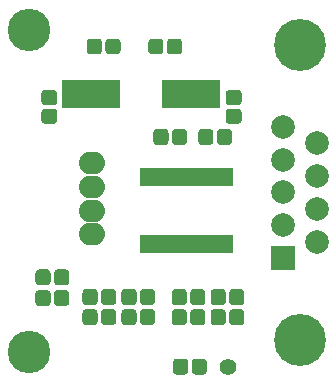
<source format=gts>
G04 #@! TF.GenerationSoftware,KiCad,Pcbnew,(5.1.2)-1*
G04 #@! TF.CreationDate,2023-02-04T08:31:17+09:00*
G04 #@! TF.ProjectId,IR,49522e6b-6963-4616-945f-706362585858,v1.2*
G04 #@! TF.SameCoordinates,Original*
G04 #@! TF.FileFunction,Soldermask,Top*
G04 #@! TF.FilePolarity,Negative*
%FSLAX46Y46*%
G04 Gerber Fmt 4.6, Leading zero omitted, Abs format (unit mm)*
G04 Created by KiCad (PCBNEW (5.1.2)-1) date 2023-02-04 08:31:17*
%MOMM*%
%LPD*%
G04 APERTURE LIST*
%ADD10C,3.600000*%
%ADD11O,2.200000X1.924000*%
%ADD12C,0.050000*%
%ADD13C,1.275000*%
%ADD14R,4.900000X2.400000*%
%ADD15C,1.400000*%
%ADD16R,0.800000X1.500000*%
%ADD17R,2.000000X2.000000*%
%ADD18C,2.000000*%
%ADD19C,4.400000*%
G04 APERTURE END LIST*
D10*
X179900000Y-124000000D03*
X179900000Y-96700000D03*
D11*
X185200000Y-114000000D03*
X185200000Y-112000000D03*
X185200000Y-110000000D03*
X185200000Y-108000000D03*
D12*
G36*
X192975493Y-105076535D02*
G01*
X193006435Y-105081125D01*
X193036778Y-105088725D01*
X193066230Y-105099263D01*
X193094508Y-105112638D01*
X193121338Y-105128719D01*
X193146463Y-105147353D01*
X193169640Y-105168360D01*
X193190647Y-105191537D01*
X193209281Y-105216662D01*
X193225362Y-105243492D01*
X193238737Y-105271770D01*
X193249275Y-105301222D01*
X193256875Y-105331565D01*
X193261465Y-105362507D01*
X193263000Y-105393750D01*
X193263000Y-106106250D01*
X193261465Y-106137493D01*
X193256875Y-106168435D01*
X193249275Y-106198778D01*
X193238737Y-106228230D01*
X193225362Y-106256508D01*
X193209281Y-106283338D01*
X193190647Y-106308463D01*
X193169640Y-106331640D01*
X193146463Y-106352647D01*
X193121338Y-106371281D01*
X193094508Y-106387362D01*
X193066230Y-106400737D01*
X193036778Y-106411275D01*
X193006435Y-106418875D01*
X192975493Y-106423465D01*
X192944250Y-106425000D01*
X192306750Y-106425000D01*
X192275507Y-106423465D01*
X192244565Y-106418875D01*
X192214222Y-106411275D01*
X192184770Y-106400737D01*
X192156492Y-106387362D01*
X192129662Y-106371281D01*
X192104537Y-106352647D01*
X192081360Y-106331640D01*
X192060353Y-106308463D01*
X192041719Y-106283338D01*
X192025638Y-106256508D01*
X192012263Y-106228230D01*
X192001725Y-106198778D01*
X191994125Y-106168435D01*
X191989535Y-106137493D01*
X191988000Y-106106250D01*
X191988000Y-105393750D01*
X191989535Y-105362507D01*
X191994125Y-105331565D01*
X192001725Y-105301222D01*
X192012263Y-105271770D01*
X192025638Y-105243492D01*
X192041719Y-105216662D01*
X192060353Y-105191537D01*
X192081360Y-105168360D01*
X192104537Y-105147353D01*
X192129662Y-105128719D01*
X192156492Y-105112638D01*
X192184770Y-105099263D01*
X192214222Y-105088725D01*
X192244565Y-105081125D01*
X192275507Y-105076535D01*
X192306750Y-105075000D01*
X192944250Y-105075000D01*
X192975493Y-105076535D01*
X192975493Y-105076535D01*
G37*
D13*
X192625500Y-105750000D03*
D12*
G36*
X191400493Y-105076535D02*
G01*
X191431435Y-105081125D01*
X191461778Y-105088725D01*
X191491230Y-105099263D01*
X191519508Y-105112638D01*
X191546338Y-105128719D01*
X191571463Y-105147353D01*
X191594640Y-105168360D01*
X191615647Y-105191537D01*
X191634281Y-105216662D01*
X191650362Y-105243492D01*
X191663737Y-105271770D01*
X191674275Y-105301222D01*
X191681875Y-105331565D01*
X191686465Y-105362507D01*
X191688000Y-105393750D01*
X191688000Y-106106250D01*
X191686465Y-106137493D01*
X191681875Y-106168435D01*
X191674275Y-106198778D01*
X191663737Y-106228230D01*
X191650362Y-106256508D01*
X191634281Y-106283338D01*
X191615647Y-106308463D01*
X191594640Y-106331640D01*
X191571463Y-106352647D01*
X191546338Y-106371281D01*
X191519508Y-106387362D01*
X191491230Y-106400737D01*
X191461778Y-106411275D01*
X191431435Y-106418875D01*
X191400493Y-106423465D01*
X191369250Y-106425000D01*
X190731750Y-106425000D01*
X190700507Y-106423465D01*
X190669565Y-106418875D01*
X190639222Y-106411275D01*
X190609770Y-106400737D01*
X190581492Y-106387362D01*
X190554662Y-106371281D01*
X190529537Y-106352647D01*
X190506360Y-106331640D01*
X190485353Y-106308463D01*
X190466719Y-106283338D01*
X190450638Y-106256508D01*
X190437263Y-106228230D01*
X190426725Y-106198778D01*
X190419125Y-106168435D01*
X190414535Y-106137493D01*
X190413000Y-106106250D01*
X190413000Y-105393750D01*
X190414535Y-105362507D01*
X190419125Y-105331565D01*
X190426725Y-105301222D01*
X190437263Y-105271770D01*
X190450638Y-105243492D01*
X190466719Y-105216662D01*
X190485353Y-105191537D01*
X190506360Y-105168360D01*
X190529537Y-105147353D01*
X190554662Y-105128719D01*
X190581492Y-105112638D01*
X190609770Y-105099263D01*
X190639222Y-105088725D01*
X190669565Y-105081125D01*
X190700507Y-105076535D01*
X190731750Y-105075000D01*
X191369250Y-105075000D01*
X191400493Y-105076535D01*
X191400493Y-105076535D01*
G37*
D13*
X191050500Y-105750000D03*
D12*
G36*
X197587493Y-101788535D02*
G01*
X197618435Y-101793125D01*
X197648778Y-101800725D01*
X197678230Y-101811263D01*
X197706508Y-101824638D01*
X197733338Y-101840719D01*
X197758463Y-101859353D01*
X197781640Y-101880360D01*
X197802647Y-101903537D01*
X197821281Y-101928662D01*
X197837362Y-101955492D01*
X197850737Y-101983770D01*
X197861275Y-102013222D01*
X197868875Y-102043565D01*
X197873465Y-102074507D01*
X197875000Y-102105750D01*
X197875000Y-102743250D01*
X197873465Y-102774493D01*
X197868875Y-102805435D01*
X197861275Y-102835778D01*
X197850737Y-102865230D01*
X197837362Y-102893508D01*
X197821281Y-102920338D01*
X197802647Y-102945463D01*
X197781640Y-102968640D01*
X197758463Y-102989647D01*
X197733338Y-103008281D01*
X197706508Y-103024362D01*
X197678230Y-103037737D01*
X197648778Y-103048275D01*
X197618435Y-103055875D01*
X197587493Y-103060465D01*
X197556250Y-103062000D01*
X196843750Y-103062000D01*
X196812507Y-103060465D01*
X196781565Y-103055875D01*
X196751222Y-103048275D01*
X196721770Y-103037737D01*
X196693492Y-103024362D01*
X196666662Y-103008281D01*
X196641537Y-102989647D01*
X196618360Y-102968640D01*
X196597353Y-102945463D01*
X196578719Y-102920338D01*
X196562638Y-102893508D01*
X196549263Y-102865230D01*
X196538725Y-102835778D01*
X196531125Y-102805435D01*
X196526535Y-102774493D01*
X196525000Y-102743250D01*
X196525000Y-102105750D01*
X196526535Y-102074507D01*
X196531125Y-102043565D01*
X196538725Y-102013222D01*
X196549263Y-101983770D01*
X196562638Y-101955492D01*
X196578719Y-101928662D01*
X196597353Y-101903537D01*
X196618360Y-101880360D01*
X196641537Y-101859353D01*
X196666662Y-101840719D01*
X196693492Y-101824638D01*
X196721770Y-101811263D01*
X196751222Y-101800725D01*
X196781565Y-101793125D01*
X196812507Y-101788535D01*
X196843750Y-101787000D01*
X197556250Y-101787000D01*
X197587493Y-101788535D01*
X197587493Y-101788535D01*
G37*
D13*
X197200000Y-102424500D03*
D12*
G36*
X197587493Y-103363535D02*
G01*
X197618435Y-103368125D01*
X197648778Y-103375725D01*
X197678230Y-103386263D01*
X197706508Y-103399638D01*
X197733338Y-103415719D01*
X197758463Y-103434353D01*
X197781640Y-103455360D01*
X197802647Y-103478537D01*
X197821281Y-103503662D01*
X197837362Y-103530492D01*
X197850737Y-103558770D01*
X197861275Y-103588222D01*
X197868875Y-103618565D01*
X197873465Y-103649507D01*
X197875000Y-103680750D01*
X197875000Y-104318250D01*
X197873465Y-104349493D01*
X197868875Y-104380435D01*
X197861275Y-104410778D01*
X197850737Y-104440230D01*
X197837362Y-104468508D01*
X197821281Y-104495338D01*
X197802647Y-104520463D01*
X197781640Y-104543640D01*
X197758463Y-104564647D01*
X197733338Y-104583281D01*
X197706508Y-104599362D01*
X197678230Y-104612737D01*
X197648778Y-104623275D01*
X197618435Y-104630875D01*
X197587493Y-104635465D01*
X197556250Y-104637000D01*
X196843750Y-104637000D01*
X196812507Y-104635465D01*
X196781565Y-104630875D01*
X196751222Y-104623275D01*
X196721770Y-104612737D01*
X196693492Y-104599362D01*
X196666662Y-104583281D01*
X196641537Y-104564647D01*
X196618360Y-104543640D01*
X196597353Y-104520463D01*
X196578719Y-104495338D01*
X196562638Y-104468508D01*
X196549263Y-104440230D01*
X196538725Y-104410778D01*
X196531125Y-104380435D01*
X196526535Y-104349493D01*
X196525000Y-104318250D01*
X196525000Y-103680750D01*
X196526535Y-103649507D01*
X196531125Y-103618565D01*
X196538725Y-103588222D01*
X196549263Y-103558770D01*
X196562638Y-103530492D01*
X196578719Y-103503662D01*
X196597353Y-103478537D01*
X196618360Y-103455360D01*
X196641537Y-103434353D01*
X196666662Y-103415719D01*
X196693492Y-103399638D01*
X196721770Y-103386263D01*
X196751222Y-103375725D01*
X196781565Y-103368125D01*
X196812507Y-103363535D01*
X196843750Y-103362000D01*
X197556250Y-103362000D01*
X197587493Y-103363535D01*
X197587493Y-103363535D01*
G37*
D13*
X197200000Y-103999500D03*
D12*
G36*
X181987493Y-103363535D02*
G01*
X182018435Y-103368125D01*
X182048778Y-103375725D01*
X182078230Y-103386263D01*
X182106508Y-103399638D01*
X182133338Y-103415719D01*
X182158463Y-103434353D01*
X182181640Y-103455360D01*
X182202647Y-103478537D01*
X182221281Y-103503662D01*
X182237362Y-103530492D01*
X182250737Y-103558770D01*
X182261275Y-103588222D01*
X182268875Y-103618565D01*
X182273465Y-103649507D01*
X182275000Y-103680750D01*
X182275000Y-104318250D01*
X182273465Y-104349493D01*
X182268875Y-104380435D01*
X182261275Y-104410778D01*
X182250737Y-104440230D01*
X182237362Y-104468508D01*
X182221281Y-104495338D01*
X182202647Y-104520463D01*
X182181640Y-104543640D01*
X182158463Y-104564647D01*
X182133338Y-104583281D01*
X182106508Y-104599362D01*
X182078230Y-104612737D01*
X182048778Y-104623275D01*
X182018435Y-104630875D01*
X181987493Y-104635465D01*
X181956250Y-104637000D01*
X181243750Y-104637000D01*
X181212507Y-104635465D01*
X181181565Y-104630875D01*
X181151222Y-104623275D01*
X181121770Y-104612737D01*
X181093492Y-104599362D01*
X181066662Y-104583281D01*
X181041537Y-104564647D01*
X181018360Y-104543640D01*
X180997353Y-104520463D01*
X180978719Y-104495338D01*
X180962638Y-104468508D01*
X180949263Y-104440230D01*
X180938725Y-104410778D01*
X180931125Y-104380435D01*
X180926535Y-104349493D01*
X180925000Y-104318250D01*
X180925000Y-103680750D01*
X180926535Y-103649507D01*
X180931125Y-103618565D01*
X180938725Y-103588222D01*
X180949263Y-103558770D01*
X180962638Y-103530492D01*
X180978719Y-103503662D01*
X180997353Y-103478537D01*
X181018360Y-103455360D01*
X181041537Y-103434353D01*
X181066662Y-103415719D01*
X181093492Y-103399638D01*
X181121770Y-103386263D01*
X181151222Y-103375725D01*
X181181565Y-103368125D01*
X181212507Y-103363535D01*
X181243750Y-103362000D01*
X181956250Y-103362000D01*
X181987493Y-103363535D01*
X181987493Y-103363535D01*
G37*
D13*
X181600000Y-103999500D03*
D12*
G36*
X181987493Y-101788535D02*
G01*
X182018435Y-101793125D01*
X182048778Y-101800725D01*
X182078230Y-101811263D01*
X182106508Y-101824638D01*
X182133338Y-101840719D01*
X182158463Y-101859353D01*
X182181640Y-101880360D01*
X182202647Y-101903537D01*
X182221281Y-101928662D01*
X182237362Y-101955492D01*
X182250737Y-101983770D01*
X182261275Y-102013222D01*
X182268875Y-102043565D01*
X182273465Y-102074507D01*
X182275000Y-102105750D01*
X182275000Y-102743250D01*
X182273465Y-102774493D01*
X182268875Y-102805435D01*
X182261275Y-102835778D01*
X182250737Y-102865230D01*
X182237362Y-102893508D01*
X182221281Y-102920338D01*
X182202647Y-102945463D01*
X182181640Y-102968640D01*
X182158463Y-102989647D01*
X182133338Y-103008281D01*
X182106508Y-103024362D01*
X182078230Y-103037737D01*
X182048778Y-103048275D01*
X182018435Y-103055875D01*
X181987493Y-103060465D01*
X181956250Y-103062000D01*
X181243750Y-103062000D01*
X181212507Y-103060465D01*
X181181565Y-103055875D01*
X181151222Y-103048275D01*
X181121770Y-103037737D01*
X181093492Y-103024362D01*
X181066662Y-103008281D01*
X181041537Y-102989647D01*
X181018360Y-102968640D01*
X180997353Y-102945463D01*
X180978719Y-102920338D01*
X180962638Y-102893508D01*
X180949263Y-102865230D01*
X180938725Y-102835778D01*
X180931125Y-102805435D01*
X180926535Y-102774493D01*
X180925000Y-102743250D01*
X180925000Y-102105750D01*
X180926535Y-102074507D01*
X180931125Y-102043565D01*
X180938725Y-102013222D01*
X180949263Y-101983770D01*
X180962638Y-101955492D01*
X180978719Y-101928662D01*
X180997353Y-101903537D01*
X181018360Y-101880360D01*
X181041537Y-101859353D01*
X181066662Y-101840719D01*
X181093492Y-101824638D01*
X181121770Y-101811263D01*
X181151222Y-101800725D01*
X181181565Y-101793125D01*
X181212507Y-101788535D01*
X181243750Y-101787000D01*
X181956250Y-101787000D01*
X181987493Y-101788535D01*
X181987493Y-101788535D01*
G37*
D13*
X181600000Y-102424500D03*
D12*
G36*
X187337493Y-97426535D02*
G01*
X187368435Y-97431125D01*
X187398778Y-97438725D01*
X187428230Y-97449263D01*
X187456508Y-97462638D01*
X187483338Y-97478719D01*
X187508463Y-97497353D01*
X187531640Y-97518360D01*
X187552647Y-97541537D01*
X187571281Y-97566662D01*
X187587362Y-97593492D01*
X187600737Y-97621770D01*
X187611275Y-97651222D01*
X187618875Y-97681565D01*
X187623465Y-97712507D01*
X187625000Y-97743750D01*
X187625000Y-98456250D01*
X187623465Y-98487493D01*
X187618875Y-98518435D01*
X187611275Y-98548778D01*
X187600737Y-98578230D01*
X187587362Y-98606508D01*
X187571281Y-98633338D01*
X187552647Y-98658463D01*
X187531640Y-98681640D01*
X187508463Y-98702647D01*
X187483338Y-98721281D01*
X187456508Y-98737362D01*
X187428230Y-98750737D01*
X187398778Y-98761275D01*
X187368435Y-98768875D01*
X187337493Y-98773465D01*
X187306250Y-98775000D01*
X186668750Y-98775000D01*
X186637507Y-98773465D01*
X186606565Y-98768875D01*
X186576222Y-98761275D01*
X186546770Y-98750737D01*
X186518492Y-98737362D01*
X186491662Y-98721281D01*
X186466537Y-98702647D01*
X186443360Y-98681640D01*
X186422353Y-98658463D01*
X186403719Y-98633338D01*
X186387638Y-98606508D01*
X186374263Y-98578230D01*
X186363725Y-98548778D01*
X186356125Y-98518435D01*
X186351535Y-98487493D01*
X186350000Y-98456250D01*
X186350000Y-97743750D01*
X186351535Y-97712507D01*
X186356125Y-97681565D01*
X186363725Y-97651222D01*
X186374263Y-97621770D01*
X186387638Y-97593492D01*
X186403719Y-97566662D01*
X186422353Y-97541537D01*
X186443360Y-97518360D01*
X186466537Y-97497353D01*
X186491662Y-97478719D01*
X186518492Y-97462638D01*
X186546770Y-97449263D01*
X186576222Y-97438725D01*
X186606565Y-97431125D01*
X186637507Y-97426535D01*
X186668750Y-97425000D01*
X187306250Y-97425000D01*
X187337493Y-97426535D01*
X187337493Y-97426535D01*
G37*
D13*
X186987500Y-98100000D03*
D12*
G36*
X185762493Y-97426535D02*
G01*
X185793435Y-97431125D01*
X185823778Y-97438725D01*
X185853230Y-97449263D01*
X185881508Y-97462638D01*
X185908338Y-97478719D01*
X185933463Y-97497353D01*
X185956640Y-97518360D01*
X185977647Y-97541537D01*
X185996281Y-97566662D01*
X186012362Y-97593492D01*
X186025737Y-97621770D01*
X186036275Y-97651222D01*
X186043875Y-97681565D01*
X186048465Y-97712507D01*
X186050000Y-97743750D01*
X186050000Y-98456250D01*
X186048465Y-98487493D01*
X186043875Y-98518435D01*
X186036275Y-98548778D01*
X186025737Y-98578230D01*
X186012362Y-98606508D01*
X185996281Y-98633338D01*
X185977647Y-98658463D01*
X185956640Y-98681640D01*
X185933463Y-98702647D01*
X185908338Y-98721281D01*
X185881508Y-98737362D01*
X185853230Y-98750737D01*
X185823778Y-98761275D01*
X185793435Y-98768875D01*
X185762493Y-98773465D01*
X185731250Y-98775000D01*
X185093750Y-98775000D01*
X185062507Y-98773465D01*
X185031565Y-98768875D01*
X185001222Y-98761275D01*
X184971770Y-98750737D01*
X184943492Y-98737362D01*
X184916662Y-98721281D01*
X184891537Y-98702647D01*
X184868360Y-98681640D01*
X184847353Y-98658463D01*
X184828719Y-98633338D01*
X184812638Y-98606508D01*
X184799263Y-98578230D01*
X184788725Y-98548778D01*
X184781125Y-98518435D01*
X184776535Y-98487493D01*
X184775000Y-98456250D01*
X184775000Y-97743750D01*
X184776535Y-97712507D01*
X184781125Y-97681565D01*
X184788725Y-97651222D01*
X184799263Y-97621770D01*
X184812638Y-97593492D01*
X184828719Y-97566662D01*
X184847353Y-97541537D01*
X184868360Y-97518360D01*
X184891537Y-97497353D01*
X184916662Y-97478719D01*
X184943492Y-97462638D01*
X184971770Y-97449263D01*
X185001222Y-97438725D01*
X185031565Y-97431125D01*
X185062507Y-97426535D01*
X185093750Y-97425000D01*
X185731250Y-97425000D01*
X185762493Y-97426535D01*
X185762493Y-97426535D01*
G37*
D13*
X185412500Y-98100000D03*
D12*
G36*
X188692493Y-120336535D02*
G01*
X188723435Y-120341125D01*
X188753778Y-120348725D01*
X188783230Y-120359263D01*
X188811508Y-120372638D01*
X188838338Y-120388719D01*
X188863463Y-120407353D01*
X188886640Y-120428360D01*
X188907647Y-120451537D01*
X188926281Y-120476662D01*
X188942362Y-120503492D01*
X188955737Y-120531770D01*
X188966275Y-120561222D01*
X188973875Y-120591565D01*
X188978465Y-120622507D01*
X188980000Y-120653750D01*
X188980000Y-121366250D01*
X188978465Y-121397493D01*
X188973875Y-121428435D01*
X188966275Y-121458778D01*
X188955737Y-121488230D01*
X188942362Y-121516508D01*
X188926281Y-121543338D01*
X188907647Y-121568463D01*
X188886640Y-121591640D01*
X188863463Y-121612647D01*
X188838338Y-121631281D01*
X188811508Y-121647362D01*
X188783230Y-121660737D01*
X188753778Y-121671275D01*
X188723435Y-121678875D01*
X188692493Y-121683465D01*
X188661250Y-121685000D01*
X188023750Y-121685000D01*
X187992507Y-121683465D01*
X187961565Y-121678875D01*
X187931222Y-121671275D01*
X187901770Y-121660737D01*
X187873492Y-121647362D01*
X187846662Y-121631281D01*
X187821537Y-121612647D01*
X187798360Y-121591640D01*
X187777353Y-121568463D01*
X187758719Y-121543338D01*
X187742638Y-121516508D01*
X187729263Y-121488230D01*
X187718725Y-121458778D01*
X187711125Y-121428435D01*
X187706535Y-121397493D01*
X187705000Y-121366250D01*
X187705000Y-120653750D01*
X187706535Y-120622507D01*
X187711125Y-120591565D01*
X187718725Y-120561222D01*
X187729263Y-120531770D01*
X187742638Y-120503492D01*
X187758719Y-120476662D01*
X187777353Y-120451537D01*
X187798360Y-120428360D01*
X187821537Y-120407353D01*
X187846662Y-120388719D01*
X187873492Y-120372638D01*
X187901770Y-120359263D01*
X187931222Y-120348725D01*
X187961565Y-120341125D01*
X187992507Y-120336535D01*
X188023750Y-120335000D01*
X188661250Y-120335000D01*
X188692493Y-120336535D01*
X188692493Y-120336535D01*
G37*
D13*
X188342500Y-121010000D03*
D12*
G36*
X190267493Y-120336535D02*
G01*
X190298435Y-120341125D01*
X190328778Y-120348725D01*
X190358230Y-120359263D01*
X190386508Y-120372638D01*
X190413338Y-120388719D01*
X190438463Y-120407353D01*
X190461640Y-120428360D01*
X190482647Y-120451537D01*
X190501281Y-120476662D01*
X190517362Y-120503492D01*
X190530737Y-120531770D01*
X190541275Y-120561222D01*
X190548875Y-120591565D01*
X190553465Y-120622507D01*
X190555000Y-120653750D01*
X190555000Y-121366250D01*
X190553465Y-121397493D01*
X190548875Y-121428435D01*
X190541275Y-121458778D01*
X190530737Y-121488230D01*
X190517362Y-121516508D01*
X190501281Y-121543338D01*
X190482647Y-121568463D01*
X190461640Y-121591640D01*
X190438463Y-121612647D01*
X190413338Y-121631281D01*
X190386508Y-121647362D01*
X190358230Y-121660737D01*
X190328778Y-121671275D01*
X190298435Y-121678875D01*
X190267493Y-121683465D01*
X190236250Y-121685000D01*
X189598750Y-121685000D01*
X189567507Y-121683465D01*
X189536565Y-121678875D01*
X189506222Y-121671275D01*
X189476770Y-121660737D01*
X189448492Y-121647362D01*
X189421662Y-121631281D01*
X189396537Y-121612647D01*
X189373360Y-121591640D01*
X189352353Y-121568463D01*
X189333719Y-121543338D01*
X189317638Y-121516508D01*
X189304263Y-121488230D01*
X189293725Y-121458778D01*
X189286125Y-121428435D01*
X189281535Y-121397493D01*
X189280000Y-121366250D01*
X189280000Y-120653750D01*
X189281535Y-120622507D01*
X189286125Y-120591565D01*
X189293725Y-120561222D01*
X189304263Y-120531770D01*
X189317638Y-120503492D01*
X189333719Y-120476662D01*
X189352353Y-120451537D01*
X189373360Y-120428360D01*
X189396537Y-120407353D01*
X189421662Y-120388719D01*
X189448492Y-120372638D01*
X189476770Y-120359263D01*
X189506222Y-120348725D01*
X189536565Y-120341125D01*
X189567507Y-120336535D01*
X189598750Y-120335000D01*
X190236250Y-120335000D01*
X190267493Y-120336535D01*
X190267493Y-120336535D01*
G37*
D13*
X189917500Y-121010000D03*
D12*
G36*
X186967493Y-120336535D02*
G01*
X186998435Y-120341125D01*
X187028778Y-120348725D01*
X187058230Y-120359263D01*
X187086508Y-120372638D01*
X187113338Y-120388719D01*
X187138463Y-120407353D01*
X187161640Y-120428360D01*
X187182647Y-120451537D01*
X187201281Y-120476662D01*
X187217362Y-120503492D01*
X187230737Y-120531770D01*
X187241275Y-120561222D01*
X187248875Y-120591565D01*
X187253465Y-120622507D01*
X187255000Y-120653750D01*
X187255000Y-121366250D01*
X187253465Y-121397493D01*
X187248875Y-121428435D01*
X187241275Y-121458778D01*
X187230737Y-121488230D01*
X187217362Y-121516508D01*
X187201281Y-121543338D01*
X187182647Y-121568463D01*
X187161640Y-121591640D01*
X187138463Y-121612647D01*
X187113338Y-121631281D01*
X187086508Y-121647362D01*
X187058230Y-121660737D01*
X187028778Y-121671275D01*
X186998435Y-121678875D01*
X186967493Y-121683465D01*
X186936250Y-121685000D01*
X186298750Y-121685000D01*
X186267507Y-121683465D01*
X186236565Y-121678875D01*
X186206222Y-121671275D01*
X186176770Y-121660737D01*
X186148492Y-121647362D01*
X186121662Y-121631281D01*
X186096537Y-121612647D01*
X186073360Y-121591640D01*
X186052353Y-121568463D01*
X186033719Y-121543338D01*
X186017638Y-121516508D01*
X186004263Y-121488230D01*
X185993725Y-121458778D01*
X185986125Y-121428435D01*
X185981535Y-121397493D01*
X185980000Y-121366250D01*
X185980000Y-120653750D01*
X185981535Y-120622507D01*
X185986125Y-120591565D01*
X185993725Y-120561222D01*
X186004263Y-120531770D01*
X186017638Y-120503492D01*
X186033719Y-120476662D01*
X186052353Y-120451537D01*
X186073360Y-120428360D01*
X186096537Y-120407353D01*
X186121662Y-120388719D01*
X186148492Y-120372638D01*
X186176770Y-120359263D01*
X186206222Y-120348725D01*
X186236565Y-120341125D01*
X186267507Y-120336535D01*
X186298750Y-120335000D01*
X186936250Y-120335000D01*
X186967493Y-120336535D01*
X186967493Y-120336535D01*
G37*
D13*
X186617500Y-121010000D03*
D12*
G36*
X185392493Y-120336535D02*
G01*
X185423435Y-120341125D01*
X185453778Y-120348725D01*
X185483230Y-120359263D01*
X185511508Y-120372638D01*
X185538338Y-120388719D01*
X185563463Y-120407353D01*
X185586640Y-120428360D01*
X185607647Y-120451537D01*
X185626281Y-120476662D01*
X185642362Y-120503492D01*
X185655737Y-120531770D01*
X185666275Y-120561222D01*
X185673875Y-120591565D01*
X185678465Y-120622507D01*
X185680000Y-120653750D01*
X185680000Y-121366250D01*
X185678465Y-121397493D01*
X185673875Y-121428435D01*
X185666275Y-121458778D01*
X185655737Y-121488230D01*
X185642362Y-121516508D01*
X185626281Y-121543338D01*
X185607647Y-121568463D01*
X185586640Y-121591640D01*
X185563463Y-121612647D01*
X185538338Y-121631281D01*
X185511508Y-121647362D01*
X185483230Y-121660737D01*
X185453778Y-121671275D01*
X185423435Y-121678875D01*
X185392493Y-121683465D01*
X185361250Y-121685000D01*
X184723750Y-121685000D01*
X184692507Y-121683465D01*
X184661565Y-121678875D01*
X184631222Y-121671275D01*
X184601770Y-121660737D01*
X184573492Y-121647362D01*
X184546662Y-121631281D01*
X184521537Y-121612647D01*
X184498360Y-121591640D01*
X184477353Y-121568463D01*
X184458719Y-121543338D01*
X184442638Y-121516508D01*
X184429263Y-121488230D01*
X184418725Y-121458778D01*
X184411125Y-121428435D01*
X184406535Y-121397493D01*
X184405000Y-121366250D01*
X184405000Y-120653750D01*
X184406535Y-120622507D01*
X184411125Y-120591565D01*
X184418725Y-120561222D01*
X184429263Y-120531770D01*
X184442638Y-120503492D01*
X184458719Y-120476662D01*
X184477353Y-120451537D01*
X184498360Y-120428360D01*
X184521537Y-120407353D01*
X184546662Y-120388719D01*
X184573492Y-120372638D01*
X184601770Y-120359263D01*
X184631222Y-120348725D01*
X184661565Y-120341125D01*
X184692507Y-120336535D01*
X184723750Y-120335000D01*
X185361250Y-120335000D01*
X185392493Y-120336535D01*
X185392493Y-120336535D01*
G37*
D13*
X185042500Y-121010000D03*
D12*
G36*
X197817493Y-118636535D02*
G01*
X197848435Y-118641125D01*
X197878778Y-118648725D01*
X197908230Y-118659263D01*
X197936508Y-118672638D01*
X197963338Y-118688719D01*
X197988463Y-118707353D01*
X198011640Y-118728360D01*
X198032647Y-118751537D01*
X198051281Y-118776662D01*
X198067362Y-118803492D01*
X198080737Y-118831770D01*
X198091275Y-118861222D01*
X198098875Y-118891565D01*
X198103465Y-118922507D01*
X198105000Y-118953750D01*
X198105000Y-119666250D01*
X198103465Y-119697493D01*
X198098875Y-119728435D01*
X198091275Y-119758778D01*
X198080737Y-119788230D01*
X198067362Y-119816508D01*
X198051281Y-119843338D01*
X198032647Y-119868463D01*
X198011640Y-119891640D01*
X197988463Y-119912647D01*
X197963338Y-119931281D01*
X197936508Y-119947362D01*
X197908230Y-119960737D01*
X197878778Y-119971275D01*
X197848435Y-119978875D01*
X197817493Y-119983465D01*
X197786250Y-119985000D01*
X197148750Y-119985000D01*
X197117507Y-119983465D01*
X197086565Y-119978875D01*
X197056222Y-119971275D01*
X197026770Y-119960737D01*
X196998492Y-119947362D01*
X196971662Y-119931281D01*
X196946537Y-119912647D01*
X196923360Y-119891640D01*
X196902353Y-119868463D01*
X196883719Y-119843338D01*
X196867638Y-119816508D01*
X196854263Y-119788230D01*
X196843725Y-119758778D01*
X196836125Y-119728435D01*
X196831535Y-119697493D01*
X196830000Y-119666250D01*
X196830000Y-118953750D01*
X196831535Y-118922507D01*
X196836125Y-118891565D01*
X196843725Y-118861222D01*
X196854263Y-118831770D01*
X196867638Y-118803492D01*
X196883719Y-118776662D01*
X196902353Y-118751537D01*
X196923360Y-118728360D01*
X196946537Y-118707353D01*
X196971662Y-118688719D01*
X196998492Y-118672638D01*
X197026770Y-118659263D01*
X197056222Y-118648725D01*
X197086565Y-118641125D01*
X197117507Y-118636535D01*
X197148750Y-118635000D01*
X197786250Y-118635000D01*
X197817493Y-118636535D01*
X197817493Y-118636535D01*
G37*
D13*
X197467500Y-119310000D03*
D12*
G36*
X196242493Y-118636535D02*
G01*
X196273435Y-118641125D01*
X196303778Y-118648725D01*
X196333230Y-118659263D01*
X196361508Y-118672638D01*
X196388338Y-118688719D01*
X196413463Y-118707353D01*
X196436640Y-118728360D01*
X196457647Y-118751537D01*
X196476281Y-118776662D01*
X196492362Y-118803492D01*
X196505737Y-118831770D01*
X196516275Y-118861222D01*
X196523875Y-118891565D01*
X196528465Y-118922507D01*
X196530000Y-118953750D01*
X196530000Y-119666250D01*
X196528465Y-119697493D01*
X196523875Y-119728435D01*
X196516275Y-119758778D01*
X196505737Y-119788230D01*
X196492362Y-119816508D01*
X196476281Y-119843338D01*
X196457647Y-119868463D01*
X196436640Y-119891640D01*
X196413463Y-119912647D01*
X196388338Y-119931281D01*
X196361508Y-119947362D01*
X196333230Y-119960737D01*
X196303778Y-119971275D01*
X196273435Y-119978875D01*
X196242493Y-119983465D01*
X196211250Y-119985000D01*
X195573750Y-119985000D01*
X195542507Y-119983465D01*
X195511565Y-119978875D01*
X195481222Y-119971275D01*
X195451770Y-119960737D01*
X195423492Y-119947362D01*
X195396662Y-119931281D01*
X195371537Y-119912647D01*
X195348360Y-119891640D01*
X195327353Y-119868463D01*
X195308719Y-119843338D01*
X195292638Y-119816508D01*
X195279263Y-119788230D01*
X195268725Y-119758778D01*
X195261125Y-119728435D01*
X195256535Y-119697493D01*
X195255000Y-119666250D01*
X195255000Y-118953750D01*
X195256535Y-118922507D01*
X195261125Y-118891565D01*
X195268725Y-118861222D01*
X195279263Y-118831770D01*
X195292638Y-118803492D01*
X195308719Y-118776662D01*
X195327353Y-118751537D01*
X195348360Y-118728360D01*
X195371537Y-118707353D01*
X195396662Y-118688719D01*
X195423492Y-118672638D01*
X195451770Y-118659263D01*
X195481222Y-118648725D01*
X195511565Y-118641125D01*
X195542507Y-118636535D01*
X195573750Y-118635000D01*
X196211250Y-118635000D01*
X196242493Y-118636535D01*
X196242493Y-118636535D01*
G37*
D13*
X195892500Y-119310000D03*
D12*
G36*
X192942493Y-118636535D02*
G01*
X192973435Y-118641125D01*
X193003778Y-118648725D01*
X193033230Y-118659263D01*
X193061508Y-118672638D01*
X193088338Y-118688719D01*
X193113463Y-118707353D01*
X193136640Y-118728360D01*
X193157647Y-118751537D01*
X193176281Y-118776662D01*
X193192362Y-118803492D01*
X193205737Y-118831770D01*
X193216275Y-118861222D01*
X193223875Y-118891565D01*
X193228465Y-118922507D01*
X193230000Y-118953750D01*
X193230000Y-119666250D01*
X193228465Y-119697493D01*
X193223875Y-119728435D01*
X193216275Y-119758778D01*
X193205737Y-119788230D01*
X193192362Y-119816508D01*
X193176281Y-119843338D01*
X193157647Y-119868463D01*
X193136640Y-119891640D01*
X193113463Y-119912647D01*
X193088338Y-119931281D01*
X193061508Y-119947362D01*
X193033230Y-119960737D01*
X193003778Y-119971275D01*
X192973435Y-119978875D01*
X192942493Y-119983465D01*
X192911250Y-119985000D01*
X192273750Y-119985000D01*
X192242507Y-119983465D01*
X192211565Y-119978875D01*
X192181222Y-119971275D01*
X192151770Y-119960737D01*
X192123492Y-119947362D01*
X192096662Y-119931281D01*
X192071537Y-119912647D01*
X192048360Y-119891640D01*
X192027353Y-119868463D01*
X192008719Y-119843338D01*
X191992638Y-119816508D01*
X191979263Y-119788230D01*
X191968725Y-119758778D01*
X191961125Y-119728435D01*
X191956535Y-119697493D01*
X191955000Y-119666250D01*
X191955000Y-118953750D01*
X191956535Y-118922507D01*
X191961125Y-118891565D01*
X191968725Y-118861222D01*
X191979263Y-118831770D01*
X191992638Y-118803492D01*
X192008719Y-118776662D01*
X192027353Y-118751537D01*
X192048360Y-118728360D01*
X192071537Y-118707353D01*
X192096662Y-118688719D01*
X192123492Y-118672638D01*
X192151770Y-118659263D01*
X192181222Y-118648725D01*
X192211565Y-118641125D01*
X192242507Y-118636535D01*
X192273750Y-118635000D01*
X192911250Y-118635000D01*
X192942493Y-118636535D01*
X192942493Y-118636535D01*
G37*
D13*
X192592500Y-119310000D03*
D12*
G36*
X194517493Y-118636535D02*
G01*
X194548435Y-118641125D01*
X194578778Y-118648725D01*
X194608230Y-118659263D01*
X194636508Y-118672638D01*
X194663338Y-118688719D01*
X194688463Y-118707353D01*
X194711640Y-118728360D01*
X194732647Y-118751537D01*
X194751281Y-118776662D01*
X194767362Y-118803492D01*
X194780737Y-118831770D01*
X194791275Y-118861222D01*
X194798875Y-118891565D01*
X194803465Y-118922507D01*
X194805000Y-118953750D01*
X194805000Y-119666250D01*
X194803465Y-119697493D01*
X194798875Y-119728435D01*
X194791275Y-119758778D01*
X194780737Y-119788230D01*
X194767362Y-119816508D01*
X194751281Y-119843338D01*
X194732647Y-119868463D01*
X194711640Y-119891640D01*
X194688463Y-119912647D01*
X194663338Y-119931281D01*
X194636508Y-119947362D01*
X194608230Y-119960737D01*
X194578778Y-119971275D01*
X194548435Y-119978875D01*
X194517493Y-119983465D01*
X194486250Y-119985000D01*
X193848750Y-119985000D01*
X193817507Y-119983465D01*
X193786565Y-119978875D01*
X193756222Y-119971275D01*
X193726770Y-119960737D01*
X193698492Y-119947362D01*
X193671662Y-119931281D01*
X193646537Y-119912647D01*
X193623360Y-119891640D01*
X193602353Y-119868463D01*
X193583719Y-119843338D01*
X193567638Y-119816508D01*
X193554263Y-119788230D01*
X193543725Y-119758778D01*
X193536125Y-119728435D01*
X193531535Y-119697493D01*
X193530000Y-119666250D01*
X193530000Y-118953750D01*
X193531535Y-118922507D01*
X193536125Y-118891565D01*
X193543725Y-118861222D01*
X193554263Y-118831770D01*
X193567638Y-118803492D01*
X193583719Y-118776662D01*
X193602353Y-118751537D01*
X193623360Y-118728360D01*
X193646537Y-118707353D01*
X193671662Y-118688719D01*
X193698492Y-118672638D01*
X193726770Y-118659263D01*
X193756222Y-118648725D01*
X193786565Y-118641125D01*
X193817507Y-118636535D01*
X193848750Y-118635000D01*
X194486250Y-118635000D01*
X194517493Y-118636535D01*
X194517493Y-118636535D01*
G37*
D13*
X194167500Y-119310000D03*
D12*
G36*
X182987493Y-116976535D02*
G01*
X183018435Y-116981125D01*
X183048778Y-116988725D01*
X183078230Y-116999263D01*
X183106508Y-117012638D01*
X183133338Y-117028719D01*
X183158463Y-117047353D01*
X183181640Y-117068360D01*
X183202647Y-117091537D01*
X183221281Y-117116662D01*
X183237362Y-117143492D01*
X183250737Y-117171770D01*
X183261275Y-117201222D01*
X183268875Y-117231565D01*
X183273465Y-117262507D01*
X183275000Y-117293750D01*
X183275000Y-118006250D01*
X183273465Y-118037493D01*
X183268875Y-118068435D01*
X183261275Y-118098778D01*
X183250737Y-118128230D01*
X183237362Y-118156508D01*
X183221281Y-118183338D01*
X183202647Y-118208463D01*
X183181640Y-118231640D01*
X183158463Y-118252647D01*
X183133338Y-118271281D01*
X183106508Y-118287362D01*
X183078230Y-118300737D01*
X183048778Y-118311275D01*
X183018435Y-118318875D01*
X182987493Y-118323465D01*
X182956250Y-118325000D01*
X182318750Y-118325000D01*
X182287507Y-118323465D01*
X182256565Y-118318875D01*
X182226222Y-118311275D01*
X182196770Y-118300737D01*
X182168492Y-118287362D01*
X182141662Y-118271281D01*
X182116537Y-118252647D01*
X182093360Y-118231640D01*
X182072353Y-118208463D01*
X182053719Y-118183338D01*
X182037638Y-118156508D01*
X182024263Y-118128230D01*
X182013725Y-118098778D01*
X182006125Y-118068435D01*
X182001535Y-118037493D01*
X182000000Y-118006250D01*
X182000000Y-117293750D01*
X182001535Y-117262507D01*
X182006125Y-117231565D01*
X182013725Y-117201222D01*
X182024263Y-117171770D01*
X182037638Y-117143492D01*
X182053719Y-117116662D01*
X182072353Y-117091537D01*
X182093360Y-117068360D01*
X182116537Y-117047353D01*
X182141662Y-117028719D01*
X182168492Y-117012638D01*
X182196770Y-116999263D01*
X182226222Y-116988725D01*
X182256565Y-116981125D01*
X182287507Y-116976535D01*
X182318750Y-116975000D01*
X182956250Y-116975000D01*
X182987493Y-116976535D01*
X182987493Y-116976535D01*
G37*
D13*
X182637500Y-117650000D03*
D12*
G36*
X181412493Y-116976535D02*
G01*
X181443435Y-116981125D01*
X181473778Y-116988725D01*
X181503230Y-116999263D01*
X181531508Y-117012638D01*
X181558338Y-117028719D01*
X181583463Y-117047353D01*
X181606640Y-117068360D01*
X181627647Y-117091537D01*
X181646281Y-117116662D01*
X181662362Y-117143492D01*
X181675737Y-117171770D01*
X181686275Y-117201222D01*
X181693875Y-117231565D01*
X181698465Y-117262507D01*
X181700000Y-117293750D01*
X181700000Y-118006250D01*
X181698465Y-118037493D01*
X181693875Y-118068435D01*
X181686275Y-118098778D01*
X181675737Y-118128230D01*
X181662362Y-118156508D01*
X181646281Y-118183338D01*
X181627647Y-118208463D01*
X181606640Y-118231640D01*
X181583463Y-118252647D01*
X181558338Y-118271281D01*
X181531508Y-118287362D01*
X181503230Y-118300737D01*
X181473778Y-118311275D01*
X181443435Y-118318875D01*
X181412493Y-118323465D01*
X181381250Y-118325000D01*
X180743750Y-118325000D01*
X180712507Y-118323465D01*
X180681565Y-118318875D01*
X180651222Y-118311275D01*
X180621770Y-118300737D01*
X180593492Y-118287362D01*
X180566662Y-118271281D01*
X180541537Y-118252647D01*
X180518360Y-118231640D01*
X180497353Y-118208463D01*
X180478719Y-118183338D01*
X180462638Y-118156508D01*
X180449263Y-118128230D01*
X180438725Y-118098778D01*
X180431125Y-118068435D01*
X180426535Y-118037493D01*
X180425000Y-118006250D01*
X180425000Y-117293750D01*
X180426535Y-117262507D01*
X180431125Y-117231565D01*
X180438725Y-117201222D01*
X180449263Y-117171770D01*
X180462638Y-117143492D01*
X180478719Y-117116662D01*
X180497353Y-117091537D01*
X180518360Y-117068360D01*
X180541537Y-117047353D01*
X180566662Y-117028719D01*
X180593492Y-117012638D01*
X180621770Y-116999263D01*
X180651222Y-116988725D01*
X180681565Y-116981125D01*
X180712507Y-116976535D01*
X180743750Y-116975000D01*
X181381250Y-116975000D01*
X181412493Y-116976535D01*
X181412493Y-116976535D01*
G37*
D13*
X181062500Y-117650000D03*
D12*
G36*
X188692493Y-118636535D02*
G01*
X188723435Y-118641125D01*
X188753778Y-118648725D01*
X188783230Y-118659263D01*
X188811508Y-118672638D01*
X188838338Y-118688719D01*
X188863463Y-118707353D01*
X188886640Y-118728360D01*
X188907647Y-118751537D01*
X188926281Y-118776662D01*
X188942362Y-118803492D01*
X188955737Y-118831770D01*
X188966275Y-118861222D01*
X188973875Y-118891565D01*
X188978465Y-118922507D01*
X188980000Y-118953750D01*
X188980000Y-119666250D01*
X188978465Y-119697493D01*
X188973875Y-119728435D01*
X188966275Y-119758778D01*
X188955737Y-119788230D01*
X188942362Y-119816508D01*
X188926281Y-119843338D01*
X188907647Y-119868463D01*
X188886640Y-119891640D01*
X188863463Y-119912647D01*
X188838338Y-119931281D01*
X188811508Y-119947362D01*
X188783230Y-119960737D01*
X188753778Y-119971275D01*
X188723435Y-119978875D01*
X188692493Y-119983465D01*
X188661250Y-119985000D01*
X188023750Y-119985000D01*
X187992507Y-119983465D01*
X187961565Y-119978875D01*
X187931222Y-119971275D01*
X187901770Y-119960737D01*
X187873492Y-119947362D01*
X187846662Y-119931281D01*
X187821537Y-119912647D01*
X187798360Y-119891640D01*
X187777353Y-119868463D01*
X187758719Y-119843338D01*
X187742638Y-119816508D01*
X187729263Y-119788230D01*
X187718725Y-119758778D01*
X187711125Y-119728435D01*
X187706535Y-119697493D01*
X187705000Y-119666250D01*
X187705000Y-118953750D01*
X187706535Y-118922507D01*
X187711125Y-118891565D01*
X187718725Y-118861222D01*
X187729263Y-118831770D01*
X187742638Y-118803492D01*
X187758719Y-118776662D01*
X187777353Y-118751537D01*
X187798360Y-118728360D01*
X187821537Y-118707353D01*
X187846662Y-118688719D01*
X187873492Y-118672638D01*
X187901770Y-118659263D01*
X187931222Y-118648725D01*
X187961565Y-118641125D01*
X187992507Y-118636535D01*
X188023750Y-118635000D01*
X188661250Y-118635000D01*
X188692493Y-118636535D01*
X188692493Y-118636535D01*
G37*
D13*
X188342500Y-119310000D03*
D12*
G36*
X190267493Y-118636535D02*
G01*
X190298435Y-118641125D01*
X190328778Y-118648725D01*
X190358230Y-118659263D01*
X190386508Y-118672638D01*
X190413338Y-118688719D01*
X190438463Y-118707353D01*
X190461640Y-118728360D01*
X190482647Y-118751537D01*
X190501281Y-118776662D01*
X190517362Y-118803492D01*
X190530737Y-118831770D01*
X190541275Y-118861222D01*
X190548875Y-118891565D01*
X190553465Y-118922507D01*
X190555000Y-118953750D01*
X190555000Y-119666250D01*
X190553465Y-119697493D01*
X190548875Y-119728435D01*
X190541275Y-119758778D01*
X190530737Y-119788230D01*
X190517362Y-119816508D01*
X190501281Y-119843338D01*
X190482647Y-119868463D01*
X190461640Y-119891640D01*
X190438463Y-119912647D01*
X190413338Y-119931281D01*
X190386508Y-119947362D01*
X190358230Y-119960737D01*
X190328778Y-119971275D01*
X190298435Y-119978875D01*
X190267493Y-119983465D01*
X190236250Y-119985000D01*
X189598750Y-119985000D01*
X189567507Y-119983465D01*
X189536565Y-119978875D01*
X189506222Y-119971275D01*
X189476770Y-119960737D01*
X189448492Y-119947362D01*
X189421662Y-119931281D01*
X189396537Y-119912647D01*
X189373360Y-119891640D01*
X189352353Y-119868463D01*
X189333719Y-119843338D01*
X189317638Y-119816508D01*
X189304263Y-119788230D01*
X189293725Y-119758778D01*
X189286125Y-119728435D01*
X189281535Y-119697493D01*
X189280000Y-119666250D01*
X189280000Y-118953750D01*
X189281535Y-118922507D01*
X189286125Y-118891565D01*
X189293725Y-118861222D01*
X189304263Y-118831770D01*
X189317638Y-118803492D01*
X189333719Y-118776662D01*
X189352353Y-118751537D01*
X189373360Y-118728360D01*
X189396537Y-118707353D01*
X189421662Y-118688719D01*
X189448492Y-118672638D01*
X189476770Y-118659263D01*
X189506222Y-118648725D01*
X189536565Y-118641125D01*
X189567507Y-118636535D01*
X189598750Y-118635000D01*
X190236250Y-118635000D01*
X190267493Y-118636535D01*
X190267493Y-118636535D01*
G37*
D13*
X189917500Y-119310000D03*
D12*
G36*
X186967493Y-118636535D02*
G01*
X186998435Y-118641125D01*
X187028778Y-118648725D01*
X187058230Y-118659263D01*
X187086508Y-118672638D01*
X187113338Y-118688719D01*
X187138463Y-118707353D01*
X187161640Y-118728360D01*
X187182647Y-118751537D01*
X187201281Y-118776662D01*
X187217362Y-118803492D01*
X187230737Y-118831770D01*
X187241275Y-118861222D01*
X187248875Y-118891565D01*
X187253465Y-118922507D01*
X187255000Y-118953750D01*
X187255000Y-119666250D01*
X187253465Y-119697493D01*
X187248875Y-119728435D01*
X187241275Y-119758778D01*
X187230737Y-119788230D01*
X187217362Y-119816508D01*
X187201281Y-119843338D01*
X187182647Y-119868463D01*
X187161640Y-119891640D01*
X187138463Y-119912647D01*
X187113338Y-119931281D01*
X187086508Y-119947362D01*
X187058230Y-119960737D01*
X187028778Y-119971275D01*
X186998435Y-119978875D01*
X186967493Y-119983465D01*
X186936250Y-119985000D01*
X186298750Y-119985000D01*
X186267507Y-119983465D01*
X186236565Y-119978875D01*
X186206222Y-119971275D01*
X186176770Y-119960737D01*
X186148492Y-119947362D01*
X186121662Y-119931281D01*
X186096537Y-119912647D01*
X186073360Y-119891640D01*
X186052353Y-119868463D01*
X186033719Y-119843338D01*
X186017638Y-119816508D01*
X186004263Y-119788230D01*
X185993725Y-119758778D01*
X185986125Y-119728435D01*
X185981535Y-119697493D01*
X185980000Y-119666250D01*
X185980000Y-118953750D01*
X185981535Y-118922507D01*
X185986125Y-118891565D01*
X185993725Y-118861222D01*
X186004263Y-118831770D01*
X186017638Y-118803492D01*
X186033719Y-118776662D01*
X186052353Y-118751537D01*
X186073360Y-118728360D01*
X186096537Y-118707353D01*
X186121662Y-118688719D01*
X186148492Y-118672638D01*
X186176770Y-118659263D01*
X186206222Y-118648725D01*
X186236565Y-118641125D01*
X186267507Y-118636535D01*
X186298750Y-118635000D01*
X186936250Y-118635000D01*
X186967493Y-118636535D01*
X186967493Y-118636535D01*
G37*
D13*
X186617500Y-119310000D03*
D12*
G36*
X185392493Y-118636535D02*
G01*
X185423435Y-118641125D01*
X185453778Y-118648725D01*
X185483230Y-118659263D01*
X185511508Y-118672638D01*
X185538338Y-118688719D01*
X185563463Y-118707353D01*
X185586640Y-118728360D01*
X185607647Y-118751537D01*
X185626281Y-118776662D01*
X185642362Y-118803492D01*
X185655737Y-118831770D01*
X185666275Y-118861222D01*
X185673875Y-118891565D01*
X185678465Y-118922507D01*
X185680000Y-118953750D01*
X185680000Y-119666250D01*
X185678465Y-119697493D01*
X185673875Y-119728435D01*
X185666275Y-119758778D01*
X185655737Y-119788230D01*
X185642362Y-119816508D01*
X185626281Y-119843338D01*
X185607647Y-119868463D01*
X185586640Y-119891640D01*
X185563463Y-119912647D01*
X185538338Y-119931281D01*
X185511508Y-119947362D01*
X185483230Y-119960737D01*
X185453778Y-119971275D01*
X185423435Y-119978875D01*
X185392493Y-119983465D01*
X185361250Y-119985000D01*
X184723750Y-119985000D01*
X184692507Y-119983465D01*
X184661565Y-119978875D01*
X184631222Y-119971275D01*
X184601770Y-119960737D01*
X184573492Y-119947362D01*
X184546662Y-119931281D01*
X184521537Y-119912647D01*
X184498360Y-119891640D01*
X184477353Y-119868463D01*
X184458719Y-119843338D01*
X184442638Y-119816508D01*
X184429263Y-119788230D01*
X184418725Y-119758778D01*
X184411125Y-119728435D01*
X184406535Y-119697493D01*
X184405000Y-119666250D01*
X184405000Y-118953750D01*
X184406535Y-118922507D01*
X184411125Y-118891565D01*
X184418725Y-118861222D01*
X184429263Y-118831770D01*
X184442638Y-118803492D01*
X184458719Y-118776662D01*
X184477353Y-118751537D01*
X184498360Y-118728360D01*
X184521537Y-118707353D01*
X184546662Y-118688719D01*
X184573492Y-118672638D01*
X184601770Y-118659263D01*
X184631222Y-118648725D01*
X184661565Y-118641125D01*
X184692507Y-118636535D01*
X184723750Y-118635000D01*
X185361250Y-118635000D01*
X185392493Y-118636535D01*
X185392493Y-118636535D01*
G37*
D13*
X185042500Y-119310000D03*
D12*
G36*
X181412493Y-118726535D02*
G01*
X181443435Y-118731125D01*
X181473778Y-118738725D01*
X181503230Y-118749263D01*
X181531508Y-118762638D01*
X181558338Y-118778719D01*
X181583463Y-118797353D01*
X181606640Y-118818360D01*
X181627647Y-118841537D01*
X181646281Y-118866662D01*
X181662362Y-118893492D01*
X181675737Y-118921770D01*
X181686275Y-118951222D01*
X181693875Y-118981565D01*
X181698465Y-119012507D01*
X181700000Y-119043750D01*
X181700000Y-119756250D01*
X181698465Y-119787493D01*
X181693875Y-119818435D01*
X181686275Y-119848778D01*
X181675737Y-119878230D01*
X181662362Y-119906508D01*
X181646281Y-119933338D01*
X181627647Y-119958463D01*
X181606640Y-119981640D01*
X181583463Y-120002647D01*
X181558338Y-120021281D01*
X181531508Y-120037362D01*
X181503230Y-120050737D01*
X181473778Y-120061275D01*
X181443435Y-120068875D01*
X181412493Y-120073465D01*
X181381250Y-120075000D01*
X180743750Y-120075000D01*
X180712507Y-120073465D01*
X180681565Y-120068875D01*
X180651222Y-120061275D01*
X180621770Y-120050737D01*
X180593492Y-120037362D01*
X180566662Y-120021281D01*
X180541537Y-120002647D01*
X180518360Y-119981640D01*
X180497353Y-119958463D01*
X180478719Y-119933338D01*
X180462638Y-119906508D01*
X180449263Y-119878230D01*
X180438725Y-119848778D01*
X180431125Y-119818435D01*
X180426535Y-119787493D01*
X180425000Y-119756250D01*
X180425000Y-119043750D01*
X180426535Y-119012507D01*
X180431125Y-118981565D01*
X180438725Y-118951222D01*
X180449263Y-118921770D01*
X180462638Y-118893492D01*
X180478719Y-118866662D01*
X180497353Y-118841537D01*
X180518360Y-118818360D01*
X180541537Y-118797353D01*
X180566662Y-118778719D01*
X180593492Y-118762638D01*
X180621770Y-118749263D01*
X180651222Y-118738725D01*
X180681565Y-118731125D01*
X180712507Y-118726535D01*
X180743750Y-118725000D01*
X181381250Y-118725000D01*
X181412493Y-118726535D01*
X181412493Y-118726535D01*
G37*
D13*
X181062500Y-119400000D03*
D12*
G36*
X182987493Y-118726535D02*
G01*
X183018435Y-118731125D01*
X183048778Y-118738725D01*
X183078230Y-118749263D01*
X183106508Y-118762638D01*
X183133338Y-118778719D01*
X183158463Y-118797353D01*
X183181640Y-118818360D01*
X183202647Y-118841537D01*
X183221281Y-118866662D01*
X183237362Y-118893492D01*
X183250737Y-118921770D01*
X183261275Y-118951222D01*
X183268875Y-118981565D01*
X183273465Y-119012507D01*
X183275000Y-119043750D01*
X183275000Y-119756250D01*
X183273465Y-119787493D01*
X183268875Y-119818435D01*
X183261275Y-119848778D01*
X183250737Y-119878230D01*
X183237362Y-119906508D01*
X183221281Y-119933338D01*
X183202647Y-119958463D01*
X183181640Y-119981640D01*
X183158463Y-120002647D01*
X183133338Y-120021281D01*
X183106508Y-120037362D01*
X183078230Y-120050737D01*
X183048778Y-120061275D01*
X183018435Y-120068875D01*
X182987493Y-120073465D01*
X182956250Y-120075000D01*
X182318750Y-120075000D01*
X182287507Y-120073465D01*
X182256565Y-120068875D01*
X182226222Y-120061275D01*
X182196770Y-120050737D01*
X182168492Y-120037362D01*
X182141662Y-120021281D01*
X182116537Y-120002647D01*
X182093360Y-119981640D01*
X182072353Y-119958463D01*
X182053719Y-119933338D01*
X182037638Y-119906508D01*
X182024263Y-119878230D01*
X182013725Y-119848778D01*
X182006125Y-119818435D01*
X182001535Y-119787493D01*
X182000000Y-119756250D01*
X182000000Y-119043750D01*
X182001535Y-119012507D01*
X182006125Y-118981565D01*
X182013725Y-118951222D01*
X182024263Y-118921770D01*
X182037638Y-118893492D01*
X182053719Y-118866662D01*
X182072353Y-118841537D01*
X182093360Y-118818360D01*
X182116537Y-118797353D01*
X182141662Y-118778719D01*
X182168492Y-118762638D01*
X182196770Y-118749263D01*
X182226222Y-118738725D01*
X182256565Y-118731125D01*
X182287507Y-118726535D01*
X182318750Y-118725000D01*
X182956250Y-118725000D01*
X182987493Y-118726535D01*
X182987493Y-118726535D01*
G37*
D13*
X182637500Y-119400000D03*
D12*
G36*
X197817493Y-120336535D02*
G01*
X197848435Y-120341125D01*
X197878778Y-120348725D01*
X197908230Y-120359263D01*
X197936508Y-120372638D01*
X197963338Y-120388719D01*
X197988463Y-120407353D01*
X198011640Y-120428360D01*
X198032647Y-120451537D01*
X198051281Y-120476662D01*
X198067362Y-120503492D01*
X198080737Y-120531770D01*
X198091275Y-120561222D01*
X198098875Y-120591565D01*
X198103465Y-120622507D01*
X198105000Y-120653750D01*
X198105000Y-121366250D01*
X198103465Y-121397493D01*
X198098875Y-121428435D01*
X198091275Y-121458778D01*
X198080737Y-121488230D01*
X198067362Y-121516508D01*
X198051281Y-121543338D01*
X198032647Y-121568463D01*
X198011640Y-121591640D01*
X197988463Y-121612647D01*
X197963338Y-121631281D01*
X197936508Y-121647362D01*
X197908230Y-121660737D01*
X197878778Y-121671275D01*
X197848435Y-121678875D01*
X197817493Y-121683465D01*
X197786250Y-121685000D01*
X197148750Y-121685000D01*
X197117507Y-121683465D01*
X197086565Y-121678875D01*
X197056222Y-121671275D01*
X197026770Y-121660737D01*
X196998492Y-121647362D01*
X196971662Y-121631281D01*
X196946537Y-121612647D01*
X196923360Y-121591640D01*
X196902353Y-121568463D01*
X196883719Y-121543338D01*
X196867638Y-121516508D01*
X196854263Y-121488230D01*
X196843725Y-121458778D01*
X196836125Y-121428435D01*
X196831535Y-121397493D01*
X196830000Y-121366250D01*
X196830000Y-120653750D01*
X196831535Y-120622507D01*
X196836125Y-120591565D01*
X196843725Y-120561222D01*
X196854263Y-120531770D01*
X196867638Y-120503492D01*
X196883719Y-120476662D01*
X196902353Y-120451537D01*
X196923360Y-120428360D01*
X196946537Y-120407353D01*
X196971662Y-120388719D01*
X196998492Y-120372638D01*
X197026770Y-120359263D01*
X197056222Y-120348725D01*
X197086565Y-120341125D01*
X197117507Y-120336535D01*
X197148750Y-120335000D01*
X197786250Y-120335000D01*
X197817493Y-120336535D01*
X197817493Y-120336535D01*
G37*
D13*
X197467500Y-121010000D03*
D12*
G36*
X196242493Y-120336535D02*
G01*
X196273435Y-120341125D01*
X196303778Y-120348725D01*
X196333230Y-120359263D01*
X196361508Y-120372638D01*
X196388338Y-120388719D01*
X196413463Y-120407353D01*
X196436640Y-120428360D01*
X196457647Y-120451537D01*
X196476281Y-120476662D01*
X196492362Y-120503492D01*
X196505737Y-120531770D01*
X196516275Y-120561222D01*
X196523875Y-120591565D01*
X196528465Y-120622507D01*
X196530000Y-120653750D01*
X196530000Y-121366250D01*
X196528465Y-121397493D01*
X196523875Y-121428435D01*
X196516275Y-121458778D01*
X196505737Y-121488230D01*
X196492362Y-121516508D01*
X196476281Y-121543338D01*
X196457647Y-121568463D01*
X196436640Y-121591640D01*
X196413463Y-121612647D01*
X196388338Y-121631281D01*
X196361508Y-121647362D01*
X196333230Y-121660737D01*
X196303778Y-121671275D01*
X196273435Y-121678875D01*
X196242493Y-121683465D01*
X196211250Y-121685000D01*
X195573750Y-121685000D01*
X195542507Y-121683465D01*
X195511565Y-121678875D01*
X195481222Y-121671275D01*
X195451770Y-121660737D01*
X195423492Y-121647362D01*
X195396662Y-121631281D01*
X195371537Y-121612647D01*
X195348360Y-121591640D01*
X195327353Y-121568463D01*
X195308719Y-121543338D01*
X195292638Y-121516508D01*
X195279263Y-121488230D01*
X195268725Y-121458778D01*
X195261125Y-121428435D01*
X195256535Y-121397493D01*
X195255000Y-121366250D01*
X195255000Y-120653750D01*
X195256535Y-120622507D01*
X195261125Y-120591565D01*
X195268725Y-120561222D01*
X195279263Y-120531770D01*
X195292638Y-120503492D01*
X195308719Y-120476662D01*
X195327353Y-120451537D01*
X195348360Y-120428360D01*
X195371537Y-120407353D01*
X195396662Y-120388719D01*
X195423492Y-120372638D01*
X195451770Y-120359263D01*
X195481222Y-120348725D01*
X195511565Y-120341125D01*
X195542507Y-120336535D01*
X195573750Y-120335000D01*
X196211250Y-120335000D01*
X196242493Y-120336535D01*
X196242493Y-120336535D01*
G37*
D13*
X195892500Y-121010000D03*
D12*
G36*
X192942493Y-120336535D02*
G01*
X192973435Y-120341125D01*
X193003778Y-120348725D01*
X193033230Y-120359263D01*
X193061508Y-120372638D01*
X193088338Y-120388719D01*
X193113463Y-120407353D01*
X193136640Y-120428360D01*
X193157647Y-120451537D01*
X193176281Y-120476662D01*
X193192362Y-120503492D01*
X193205737Y-120531770D01*
X193216275Y-120561222D01*
X193223875Y-120591565D01*
X193228465Y-120622507D01*
X193230000Y-120653750D01*
X193230000Y-121366250D01*
X193228465Y-121397493D01*
X193223875Y-121428435D01*
X193216275Y-121458778D01*
X193205737Y-121488230D01*
X193192362Y-121516508D01*
X193176281Y-121543338D01*
X193157647Y-121568463D01*
X193136640Y-121591640D01*
X193113463Y-121612647D01*
X193088338Y-121631281D01*
X193061508Y-121647362D01*
X193033230Y-121660737D01*
X193003778Y-121671275D01*
X192973435Y-121678875D01*
X192942493Y-121683465D01*
X192911250Y-121685000D01*
X192273750Y-121685000D01*
X192242507Y-121683465D01*
X192211565Y-121678875D01*
X192181222Y-121671275D01*
X192151770Y-121660737D01*
X192123492Y-121647362D01*
X192096662Y-121631281D01*
X192071537Y-121612647D01*
X192048360Y-121591640D01*
X192027353Y-121568463D01*
X192008719Y-121543338D01*
X191992638Y-121516508D01*
X191979263Y-121488230D01*
X191968725Y-121458778D01*
X191961125Y-121428435D01*
X191956535Y-121397493D01*
X191955000Y-121366250D01*
X191955000Y-120653750D01*
X191956535Y-120622507D01*
X191961125Y-120591565D01*
X191968725Y-120561222D01*
X191979263Y-120531770D01*
X191992638Y-120503492D01*
X192008719Y-120476662D01*
X192027353Y-120451537D01*
X192048360Y-120428360D01*
X192071537Y-120407353D01*
X192096662Y-120388719D01*
X192123492Y-120372638D01*
X192151770Y-120359263D01*
X192181222Y-120348725D01*
X192211565Y-120341125D01*
X192242507Y-120336535D01*
X192273750Y-120335000D01*
X192911250Y-120335000D01*
X192942493Y-120336535D01*
X192942493Y-120336535D01*
G37*
D13*
X192592500Y-121010000D03*
D12*
G36*
X194517493Y-120336535D02*
G01*
X194548435Y-120341125D01*
X194578778Y-120348725D01*
X194608230Y-120359263D01*
X194636508Y-120372638D01*
X194663338Y-120388719D01*
X194688463Y-120407353D01*
X194711640Y-120428360D01*
X194732647Y-120451537D01*
X194751281Y-120476662D01*
X194767362Y-120503492D01*
X194780737Y-120531770D01*
X194791275Y-120561222D01*
X194798875Y-120591565D01*
X194803465Y-120622507D01*
X194805000Y-120653750D01*
X194805000Y-121366250D01*
X194803465Y-121397493D01*
X194798875Y-121428435D01*
X194791275Y-121458778D01*
X194780737Y-121488230D01*
X194767362Y-121516508D01*
X194751281Y-121543338D01*
X194732647Y-121568463D01*
X194711640Y-121591640D01*
X194688463Y-121612647D01*
X194663338Y-121631281D01*
X194636508Y-121647362D01*
X194608230Y-121660737D01*
X194578778Y-121671275D01*
X194548435Y-121678875D01*
X194517493Y-121683465D01*
X194486250Y-121685000D01*
X193848750Y-121685000D01*
X193817507Y-121683465D01*
X193786565Y-121678875D01*
X193756222Y-121671275D01*
X193726770Y-121660737D01*
X193698492Y-121647362D01*
X193671662Y-121631281D01*
X193646537Y-121612647D01*
X193623360Y-121591640D01*
X193602353Y-121568463D01*
X193583719Y-121543338D01*
X193567638Y-121516508D01*
X193554263Y-121488230D01*
X193543725Y-121458778D01*
X193536125Y-121428435D01*
X193531535Y-121397493D01*
X193530000Y-121366250D01*
X193530000Y-120653750D01*
X193531535Y-120622507D01*
X193536125Y-120591565D01*
X193543725Y-120561222D01*
X193554263Y-120531770D01*
X193567638Y-120503492D01*
X193583719Y-120476662D01*
X193602353Y-120451537D01*
X193623360Y-120428360D01*
X193646537Y-120407353D01*
X193671662Y-120388719D01*
X193698492Y-120372638D01*
X193726770Y-120359263D01*
X193756222Y-120348725D01*
X193786565Y-120341125D01*
X193817507Y-120336535D01*
X193848750Y-120335000D01*
X194486250Y-120335000D01*
X194517493Y-120336535D01*
X194517493Y-120336535D01*
G37*
D13*
X194167500Y-121010000D03*
D12*
G36*
X193062493Y-124526535D02*
G01*
X193093435Y-124531125D01*
X193123778Y-124538725D01*
X193153230Y-124549263D01*
X193181508Y-124562638D01*
X193208338Y-124578719D01*
X193233463Y-124597353D01*
X193256640Y-124618360D01*
X193277647Y-124641537D01*
X193296281Y-124666662D01*
X193312362Y-124693492D01*
X193325737Y-124721770D01*
X193336275Y-124751222D01*
X193343875Y-124781565D01*
X193348465Y-124812507D01*
X193350000Y-124843750D01*
X193350000Y-125556250D01*
X193348465Y-125587493D01*
X193343875Y-125618435D01*
X193336275Y-125648778D01*
X193325737Y-125678230D01*
X193312362Y-125706508D01*
X193296281Y-125733338D01*
X193277647Y-125758463D01*
X193256640Y-125781640D01*
X193233463Y-125802647D01*
X193208338Y-125821281D01*
X193181508Y-125837362D01*
X193153230Y-125850737D01*
X193123778Y-125861275D01*
X193093435Y-125868875D01*
X193062493Y-125873465D01*
X193031250Y-125875000D01*
X192393750Y-125875000D01*
X192362507Y-125873465D01*
X192331565Y-125868875D01*
X192301222Y-125861275D01*
X192271770Y-125850737D01*
X192243492Y-125837362D01*
X192216662Y-125821281D01*
X192191537Y-125802647D01*
X192168360Y-125781640D01*
X192147353Y-125758463D01*
X192128719Y-125733338D01*
X192112638Y-125706508D01*
X192099263Y-125678230D01*
X192088725Y-125648778D01*
X192081125Y-125618435D01*
X192076535Y-125587493D01*
X192075000Y-125556250D01*
X192075000Y-124843750D01*
X192076535Y-124812507D01*
X192081125Y-124781565D01*
X192088725Y-124751222D01*
X192099263Y-124721770D01*
X192112638Y-124693492D01*
X192128719Y-124666662D01*
X192147353Y-124641537D01*
X192168360Y-124618360D01*
X192191537Y-124597353D01*
X192216662Y-124578719D01*
X192243492Y-124562638D01*
X192271770Y-124549263D01*
X192301222Y-124538725D01*
X192331565Y-124531125D01*
X192362507Y-124526535D01*
X192393750Y-124525000D01*
X193031250Y-124525000D01*
X193062493Y-124526535D01*
X193062493Y-124526535D01*
G37*
D13*
X192712500Y-125200000D03*
D12*
G36*
X194637493Y-124526535D02*
G01*
X194668435Y-124531125D01*
X194698778Y-124538725D01*
X194728230Y-124549263D01*
X194756508Y-124562638D01*
X194783338Y-124578719D01*
X194808463Y-124597353D01*
X194831640Y-124618360D01*
X194852647Y-124641537D01*
X194871281Y-124666662D01*
X194887362Y-124693492D01*
X194900737Y-124721770D01*
X194911275Y-124751222D01*
X194918875Y-124781565D01*
X194923465Y-124812507D01*
X194925000Y-124843750D01*
X194925000Y-125556250D01*
X194923465Y-125587493D01*
X194918875Y-125618435D01*
X194911275Y-125648778D01*
X194900737Y-125678230D01*
X194887362Y-125706508D01*
X194871281Y-125733338D01*
X194852647Y-125758463D01*
X194831640Y-125781640D01*
X194808463Y-125802647D01*
X194783338Y-125821281D01*
X194756508Y-125837362D01*
X194728230Y-125850737D01*
X194698778Y-125861275D01*
X194668435Y-125868875D01*
X194637493Y-125873465D01*
X194606250Y-125875000D01*
X193968750Y-125875000D01*
X193937507Y-125873465D01*
X193906565Y-125868875D01*
X193876222Y-125861275D01*
X193846770Y-125850737D01*
X193818492Y-125837362D01*
X193791662Y-125821281D01*
X193766537Y-125802647D01*
X193743360Y-125781640D01*
X193722353Y-125758463D01*
X193703719Y-125733338D01*
X193687638Y-125706508D01*
X193674263Y-125678230D01*
X193663725Y-125648778D01*
X193656125Y-125618435D01*
X193651535Y-125587493D01*
X193650000Y-125556250D01*
X193650000Y-124843750D01*
X193651535Y-124812507D01*
X193656125Y-124781565D01*
X193663725Y-124751222D01*
X193674263Y-124721770D01*
X193687638Y-124693492D01*
X193703719Y-124666662D01*
X193722353Y-124641537D01*
X193743360Y-124618360D01*
X193766537Y-124597353D01*
X193791662Y-124578719D01*
X193818492Y-124562638D01*
X193846770Y-124549263D01*
X193876222Y-124538725D01*
X193906565Y-124531125D01*
X193937507Y-124526535D01*
X193968750Y-124525000D01*
X194606250Y-124525000D01*
X194637493Y-124526535D01*
X194637493Y-124526535D01*
G37*
D13*
X194287500Y-125200000D03*
D12*
G36*
X195200493Y-105076535D02*
G01*
X195231435Y-105081125D01*
X195261778Y-105088725D01*
X195291230Y-105099263D01*
X195319508Y-105112638D01*
X195346338Y-105128719D01*
X195371463Y-105147353D01*
X195394640Y-105168360D01*
X195415647Y-105191537D01*
X195434281Y-105216662D01*
X195450362Y-105243492D01*
X195463737Y-105271770D01*
X195474275Y-105301222D01*
X195481875Y-105331565D01*
X195486465Y-105362507D01*
X195488000Y-105393750D01*
X195488000Y-106106250D01*
X195486465Y-106137493D01*
X195481875Y-106168435D01*
X195474275Y-106198778D01*
X195463737Y-106228230D01*
X195450362Y-106256508D01*
X195434281Y-106283338D01*
X195415647Y-106308463D01*
X195394640Y-106331640D01*
X195371463Y-106352647D01*
X195346338Y-106371281D01*
X195319508Y-106387362D01*
X195291230Y-106400737D01*
X195261778Y-106411275D01*
X195231435Y-106418875D01*
X195200493Y-106423465D01*
X195169250Y-106425000D01*
X194531750Y-106425000D01*
X194500507Y-106423465D01*
X194469565Y-106418875D01*
X194439222Y-106411275D01*
X194409770Y-106400737D01*
X194381492Y-106387362D01*
X194354662Y-106371281D01*
X194329537Y-106352647D01*
X194306360Y-106331640D01*
X194285353Y-106308463D01*
X194266719Y-106283338D01*
X194250638Y-106256508D01*
X194237263Y-106228230D01*
X194226725Y-106198778D01*
X194219125Y-106168435D01*
X194214535Y-106137493D01*
X194213000Y-106106250D01*
X194213000Y-105393750D01*
X194214535Y-105362507D01*
X194219125Y-105331565D01*
X194226725Y-105301222D01*
X194237263Y-105271770D01*
X194250638Y-105243492D01*
X194266719Y-105216662D01*
X194285353Y-105191537D01*
X194306360Y-105168360D01*
X194329537Y-105147353D01*
X194354662Y-105128719D01*
X194381492Y-105112638D01*
X194409770Y-105099263D01*
X194439222Y-105088725D01*
X194469565Y-105081125D01*
X194500507Y-105076535D01*
X194531750Y-105075000D01*
X195169250Y-105075000D01*
X195200493Y-105076535D01*
X195200493Y-105076535D01*
G37*
D13*
X194850500Y-105750000D03*
D12*
G36*
X196775493Y-105076535D02*
G01*
X196806435Y-105081125D01*
X196836778Y-105088725D01*
X196866230Y-105099263D01*
X196894508Y-105112638D01*
X196921338Y-105128719D01*
X196946463Y-105147353D01*
X196969640Y-105168360D01*
X196990647Y-105191537D01*
X197009281Y-105216662D01*
X197025362Y-105243492D01*
X197038737Y-105271770D01*
X197049275Y-105301222D01*
X197056875Y-105331565D01*
X197061465Y-105362507D01*
X197063000Y-105393750D01*
X197063000Y-106106250D01*
X197061465Y-106137493D01*
X197056875Y-106168435D01*
X197049275Y-106198778D01*
X197038737Y-106228230D01*
X197025362Y-106256508D01*
X197009281Y-106283338D01*
X196990647Y-106308463D01*
X196969640Y-106331640D01*
X196946463Y-106352647D01*
X196921338Y-106371281D01*
X196894508Y-106387362D01*
X196866230Y-106400737D01*
X196836778Y-106411275D01*
X196806435Y-106418875D01*
X196775493Y-106423465D01*
X196744250Y-106425000D01*
X196106750Y-106425000D01*
X196075507Y-106423465D01*
X196044565Y-106418875D01*
X196014222Y-106411275D01*
X195984770Y-106400737D01*
X195956492Y-106387362D01*
X195929662Y-106371281D01*
X195904537Y-106352647D01*
X195881360Y-106331640D01*
X195860353Y-106308463D01*
X195841719Y-106283338D01*
X195825638Y-106256508D01*
X195812263Y-106228230D01*
X195801725Y-106198778D01*
X195794125Y-106168435D01*
X195789535Y-106137493D01*
X195788000Y-106106250D01*
X195788000Y-105393750D01*
X195789535Y-105362507D01*
X195794125Y-105331565D01*
X195801725Y-105301222D01*
X195812263Y-105271770D01*
X195825638Y-105243492D01*
X195841719Y-105216662D01*
X195860353Y-105191537D01*
X195881360Y-105168360D01*
X195904537Y-105147353D01*
X195929662Y-105128719D01*
X195956492Y-105112638D01*
X195984770Y-105099263D01*
X196014222Y-105088725D01*
X196044565Y-105081125D01*
X196075507Y-105076535D01*
X196106750Y-105075000D01*
X196744250Y-105075000D01*
X196775493Y-105076535D01*
X196775493Y-105076535D01*
G37*
D13*
X196425500Y-105750000D03*
D12*
G36*
X190974493Y-97426535D02*
G01*
X191005435Y-97431125D01*
X191035778Y-97438725D01*
X191065230Y-97449263D01*
X191093508Y-97462638D01*
X191120338Y-97478719D01*
X191145463Y-97497353D01*
X191168640Y-97518360D01*
X191189647Y-97541537D01*
X191208281Y-97566662D01*
X191224362Y-97593492D01*
X191237737Y-97621770D01*
X191248275Y-97651222D01*
X191255875Y-97681565D01*
X191260465Y-97712507D01*
X191262000Y-97743750D01*
X191262000Y-98456250D01*
X191260465Y-98487493D01*
X191255875Y-98518435D01*
X191248275Y-98548778D01*
X191237737Y-98578230D01*
X191224362Y-98606508D01*
X191208281Y-98633338D01*
X191189647Y-98658463D01*
X191168640Y-98681640D01*
X191145463Y-98702647D01*
X191120338Y-98721281D01*
X191093508Y-98737362D01*
X191065230Y-98750737D01*
X191035778Y-98761275D01*
X191005435Y-98768875D01*
X190974493Y-98773465D01*
X190943250Y-98775000D01*
X190305750Y-98775000D01*
X190274507Y-98773465D01*
X190243565Y-98768875D01*
X190213222Y-98761275D01*
X190183770Y-98750737D01*
X190155492Y-98737362D01*
X190128662Y-98721281D01*
X190103537Y-98702647D01*
X190080360Y-98681640D01*
X190059353Y-98658463D01*
X190040719Y-98633338D01*
X190024638Y-98606508D01*
X190011263Y-98578230D01*
X190000725Y-98548778D01*
X189993125Y-98518435D01*
X189988535Y-98487493D01*
X189987000Y-98456250D01*
X189987000Y-97743750D01*
X189988535Y-97712507D01*
X189993125Y-97681565D01*
X190000725Y-97651222D01*
X190011263Y-97621770D01*
X190024638Y-97593492D01*
X190040719Y-97566662D01*
X190059353Y-97541537D01*
X190080360Y-97518360D01*
X190103537Y-97497353D01*
X190128662Y-97478719D01*
X190155492Y-97462638D01*
X190183770Y-97449263D01*
X190213222Y-97438725D01*
X190243565Y-97431125D01*
X190274507Y-97426535D01*
X190305750Y-97425000D01*
X190943250Y-97425000D01*
X190974493Y-97426535D01*
X190974493Y-97426535D01*
G37*
D13*
X190624500Y-98100000D03*
D12*
G36*
X192549493Y-97426535D02*
G01*
X192580435Y-97431125D01*
X192610778Y-97438725D01*
X192640230Y-97449263D01*
X192668508Y-97462638D01*
X192695338Y-97478719D01*
X192720463Y-97497353D01*
X192743640Y-97518360D01*
X192764647Y-97541537D01*
X192783281Y-97566662D01*
X192799362Y-97593492D01*
X192812737Y-97621770D01*
X192823275Y-97651222D01*
X192830875Y-97681565D01*
X192835465Y-97712507D01*
X192837000Y-97743750D01*
X192837000Y-98456250D01*
X192835465Y-98487493D01*
X192830875Y-98518435D01*
X192823275Y-98548778D01*
X192812737Y-98578230D01*
X192799362Y-98606508D01*
X192783281Y-98633338D01*
X192764647Y-98658463D01*
X192743640Y-98681640D01*
X192720463Y-98702647D01*
X192695338Y-98721281D01*
X192668508Y-98737362D01*
X192640230Y-98750737D01*
X192610778Y-98761275D01*
X192580435Y-98768875D01*
X192549493Y-98773465D01*
X192518250Y-98775000D01*
X191880750Y-98775000D01*
X191849507Y-98773465D01*
X191818565Y-98768875D01*
X191788222Y-98761275D01*
X191758770Y-98750737D01*
X191730492Y-98737362D01*
X191703662Y-98721281D01*
X191678537Y-98702647D01*
X191655360Y-98681640D01*
X191634353Y-98658463D01*
X191615719Y-98633338D01*
X191599638Y-98606508D01*
X191586263Y-98578230D01*
X191575725Y-98548778D01*
X191568125Y-98518435D01*
X191563535Y-98487493D01*
X191562000Y-98456250D01*
X191562000Y-97743750D01*
X191563535Y-97712507D01*
X191568125Y-97681565D01*
X191575725Y-97651222D01*
X191586263Y-97621770D01*
X191599638Y-97593492D01*
X191615719Y-97566662D01*
X191634353Y-97541537D01*
X191655360Y-97518360D01*
X191678537Y-97497353D01*
X191703662Y-97478719D01*
X191730492Y-97462638D01*
X191758770Y-97449263D01*
X191788222Y-97438725D01*
X191818565Y-97431125D01*
X191849507Y-97426535D01*
X191880750Y-97425000D01*
X192518250Y-97425000D01*
X192549493Y-97426535D01*
X192549493Y-97426535D01*
G37*
D13*
X192199500Y-98100000D03*
D14*
X193600000Y-102100000D03*
X185100000Y-102100000D03*
D15*
X196700000Y-125200000D03*
D16*
X196775000Y-109120000D03*
X196125000Y-109120000D03*
X195475000Y-109120000D03*
X194825000Y-109120000D03*
X194175000Y-109120000D03*
X193525000Y-109120000D03*
X192875000Y-109120000D03*
X192225000Y-109120000D03*
X191575000Y-109120000D03*
X190925000Y-109120000D03*
X190275000Y-109120000D03*
X189625000Y-109120000D03*
X189625000Y-114820000D03*
X190275000Y-114820000D03*
X190925000Y-114820000D03*
X191575000Y-114820000D03*
X192225000Y-114820000D03*
X192875000Y-114820000D03*
X193525000Y-114820000D03*
X194175000Y-114820000D03*
X194825000Y-114820000D03*
X195475000Y-114820000D03*
X196125000Y-114820000D03*
X196775000Y-114820000D03*
D17*
X201400000Y-116000000D03*
D18*
X201400000Y-113230000D03*
X201400000Y-110460000D03*
X201400000Y-107690000D03*
X201400000Y-104920000D03*
X204240000Y-114615000D03*
X204240000Y-111845000D03*
X204240000Y-109075000D03*
X204240000Y-106305000D03*
D19*
X202820000Y-122960000D03*
X202820000Y-97960000D03*
M02*

</source>
